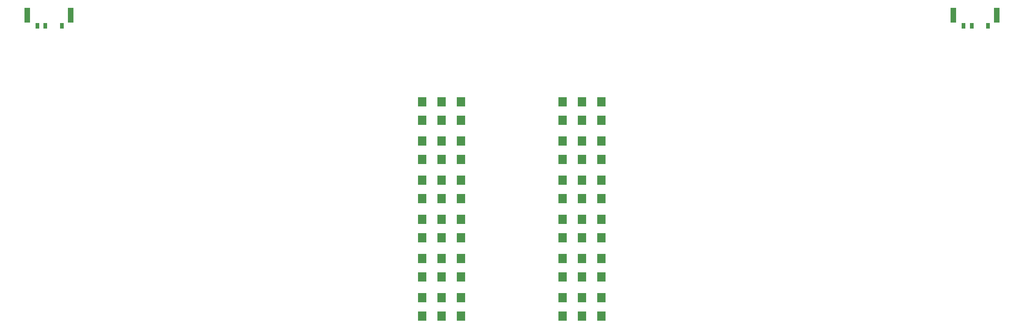
<source format=gtp>
G04 #@! TF.GenerationSoftware,KiCad,Pcbnew,9.0.3*
G04 #@! TF.CreationDate,2025-07-20T15:55:04+08:00*
G04 #@! TF.ProjectId,totem_0_3,746f7465-6d5f-4305-9f33-2e6b69636164,0.3*
G04 #@! TF.SameCoordinates,Original*
G04 #@! TF.FileFunction,Paste,Top*
G04 #@! TF.FilePolarity,Positive*
%FSLAX46Y46*%
G04 Gerber Fmt 4.6, Leading zero omitted, Abs format (unit mm)*
G04 Created by KiCad (PCBNEW 9.0.3) date 2025-07-20 15:55:04*
%MOMM*%
%LPD*%
G01*
G04 APERTURE LIST*
%ADD10R,1.500000X1.800000*%
%ADD11R,0.700000X1.000000*%
%ADD12R,1.000000X2.800000*%
G04 APERTURE END LIST*
D10*
X159322435Y-103194348D03*
X159322435Y-106594348D03*
X140677565Y-67194348D03*
X140677565Y-70594348D03*
X159322435Y-81597348D03*
X159322435Y-84997348D03*
X159322435Y-74393348D03*
X159322435Y-77793348D03*
X162872435Y-67194348D03*
X162872435Y-70594348D03*
X133577565Y-95995348D03*
X133577565Y-99395348D03*
X162872435Y-74393348D03*
X162872435Y-77793348D03*
X162872435Y-103194348D03*
X162872435Y-106594348D03*
X166422435Y-95995348D03*
X166422435Y-99395348D03*
X166422435Y-81597348D03*
X166422435Y-84997348D03*
X166422435Y-67194348D03*
X166422435Y-70594348D03*
X140677565Y-103194348D03*
X140677565Y-106594348D03*
X159322435Y-88796348D03*
X159322435Y-92196348D03*
X133577565Y-67194348D03*
X133577565Y-70594348D03*
X137127565Y-74393348D03*
X137127565Y-77793348D03*
X166422435Y-103194348D03*
X166422435Y-106594348D03*
X140677565Y-81592348D03*
X140677565Y-84992348D03*
X162872435Y-88796348D03*
X162872435Y-92196348D03*
X137127565Y-103194348D03*
X137127565Y-106594348D03*
X159322435Y-67194348D03*
X159322435Y-70594348D03*
X137127565Y-95995348D03*
X137127565Y-99395348D03*
X137127565Y-81597348D03*
X137127565Y-84997348D03*
X162872435Y-95995348D03*
X162872435Y-99395348D03*
X159322435Y-95995348D03*
X159322435Y-99395348D03*
X133577565Y-74393348D03*
X133577565Y-77793348D03*
X133577565Y-103194348D03*
X133577565Y-106594348D03*
X137127565Y-88796348D03*
X137127565Y-92196348D03*
X140677565Y-74393348D03*
X140677565Y-77793348D03*
X166422435Y-88796348D03*
X166422435Y-92196348D03*
X166422435Y-74393348D03*
X166422435Y-77793348D03*
X140677565Y-88796348D03*
X140677565Y-92196348D03*
X133577565Y-81597348D03*
X133577565Y-84997348D03*
X133577565Y-88796348D03*
X133577565Y-92196348D03*
X137127565Y-67194348D03*
X137127565Y-70594348D03*
X140677565Y-95995348D03*
X140677565Y-99395348D03*
D11*
X67500000Y-53200000D03*
X64500000Y-53200000D03*
X63000000Y-53200000D03*
D12*
X69100000Y-51300000D03*
X61150000Y-51300000D03*
D10*
X162872435Y-81597348D03*
X162872435Y-84997348D03*
D11*
X237300000Y-53200000D03*
X234300000Y-53200000D03*
X232800000Y-53200000D03*
D12*
X230950000Y-51300000D03*
X238900000Y-51300000D03*
M02*

</source>
